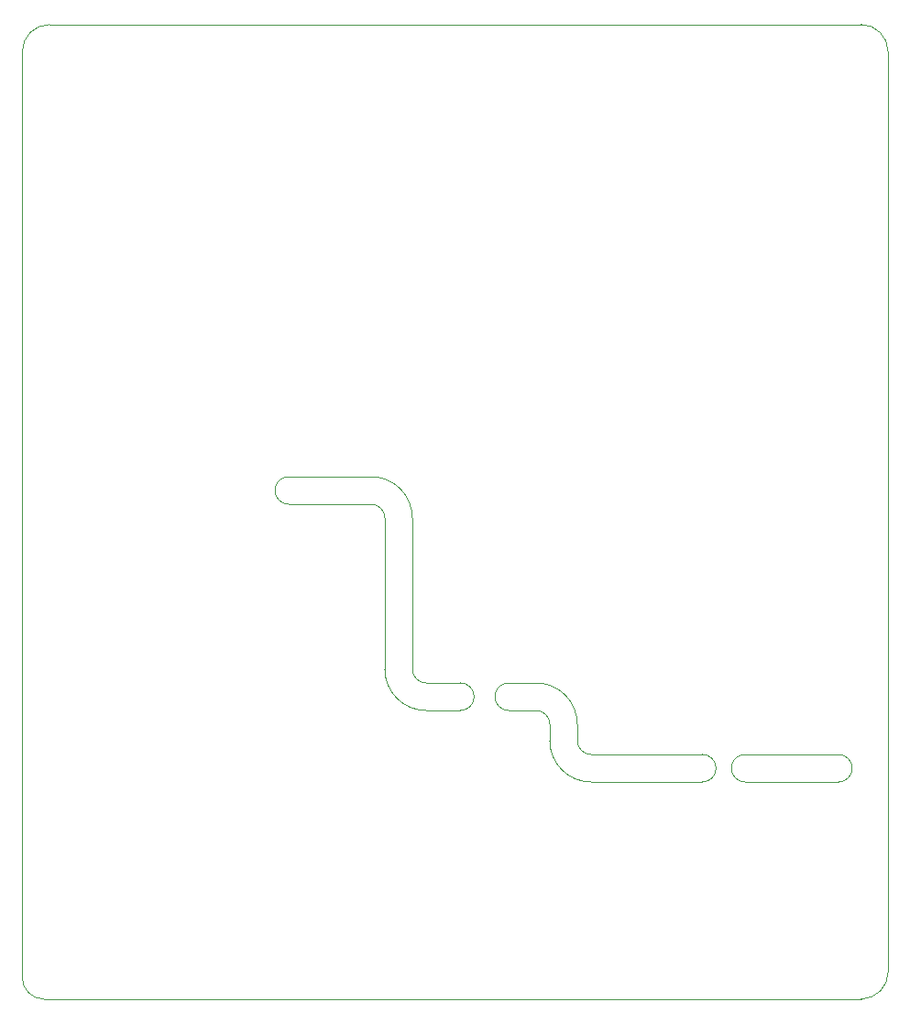
<source format=gm1>
G04 #@! TF.GenerationSoftware,KiCad,Pcbnew,(5.1.2-1)-1*
G04 #@! TF.CreationDate,2019-05-05T13:33:14-05:00*
G04 #@! TF.ProjectId,WiFi-Septic-Controller,57694669-2d53-4657-9074-69632d436f6e,rev?*
G04 #@! TF.SameCoordinates,Original*
G04 #@! TF.FileFunction,Profile,NP*
%FSLAX46Y46*%
G04 Gerber Fmt 4.6, Leading zero omitted, Abs format (unit mm)*
G04 Created by KiCad (PCBNEW (5.1.2-1)-1) date 2019-05-05 13:33:14*
%MOMM*%
%LPD*%
G04 APERTURE LIST*
%ADD10C,0.101600*%
%ADD11C,0.100000*%
G04 APERTURE END LIST*
D10*
X96774000Y-97409000D02*
X105410000Y-97409000D01*
X96774000Y-99949000D02*
X105410000Y-99949000D01*
X96774000Y-97409000D02*
G75*
G03X95504000Y-98679000I0J-1270000D01*
G01*
X95504000Y-98679000D02*
G75*
G03X96774000Y-99949000I1270000J0D01*
G01*
X92837000Y-99949000D02*
G75*
G03X94107000Y-98679000I0J1270000D01*
G01*
X94107000Y-98679000D02*
G75*
G03X92837000Y-97409000I-1270000J0D01*
G01*
X77470000Y-90805000D02*
X74930000Y-90805000D01*
X77470000Y-93345000D02*
X74930000Y-93345000D01*
X70485000Y-93345000D02*
G75*
G03X71755000Y-92075000I0J1270000D01*
G01*
X73660000Y-92075000D02*
G75*
G03X74930000Y-93345000I1270000J0D01*
G01*
X74930000Y-90805000D02*
G75*
G03X73660000Y-92075000I0J-1270000D01*
G01*
X71755000Y-92075000D02*
G75*
G03X70485000Y-90805000I-1270000J0D01*
G01*
X82550000Y-99949000D02*
X92837000Y-99949000D01*
X82550000Y-97409000D02*
X92837000Y-97409000D01*
X105410000Y-99949000D02*
G75*
G03X106680000Y-98679000I0J1270000D01*
G01*
X106680000Y-98679000D02*
G75*
G03X105410000Y-97409000I-1270000J0D01*
G01*
X78740000Y-96139000D02*
X78740000Y-94615000D01*
X81280000Y-94615000D02*
X81280000Y-96139000D01*
X78740000Y-96139000D02*
G75*
G03X82550000Y-99949000I3810000J0D01*
G01*
X81280000Y-94615000D02*
G75*
G03X77470000Y-90805000I-3810000J0D01*
G01*
X54610000Y-71755000D02*
X62230000Y-71755000D01*
X62230000Y-74295000D02*
X54610000Y-74295000D01*
X62230000Y-74295000D02*
G75*
G02X63500000Y-75565000I0J-1270000D01*
G01*
X54610000Y-74295000D02*
G75*
G02X53340000Y-73025000I0J1270000D01*
G01*
X66040000Y-75565000D02*
X66040000Y-89535000D01*
X63500000Y-89535000D02*
X63500000Y-75565000D01*
X70485000Y-93345000D02*
X67310000Y-93345000D01*
X67310000Y-90805000D02*
X70485000Y-90805000D01*
X66040000Y-89535000D02*
G75*
G03X67310000Y-90805000I1270000J0D01*
G01*
X78740000Y-94615000D02*
G75*
G03X77470000Y-93345000I-1270000J0D01*
G01*
X81280000Y-96139000D02*
G75*
G03X82550000Y-97409000I1270000J0D01*
G01*
X63500000Y-89535000D02*
G75*
G03X67310000Y-93345000I3810000J0D01*
G01*
X53340000Y-73025000D02*
G75*
G02X54610000Y-71755000I1270000J0D01*
G01*
X62230000Y-71755000D02*
G75*
G02X66040000Y-75565000I0J-3810000D01*
G01*
X110000000Y-117500000D02*
G75*
G02X107500000Y-120000000I-2500000J0D01*
G01*
X30000000Y-32500000D02*
G75*
G02X32500000Y-30000000I2500000J0D01*
G01*
X107500000Y-30000000D02*
G75*
G02X110000000Y-32500000I0J-2500000D01*
G01*
X32000000Y-120000000D02*
G75*
G02X30000000Y-118000000I0J2000000D01*
G01*
D11*
X32000000Y-120000000D02*
X107500000Y-120000000D01*
X32500000Y-30000000D02*
X107500000Y-30000000D01*
X30000000Y-32500000D02*
X30000000Y-118000000D01*
X110000000Y-32500000D02*
X110000000Y-117500000D01*
M02*

</source>
